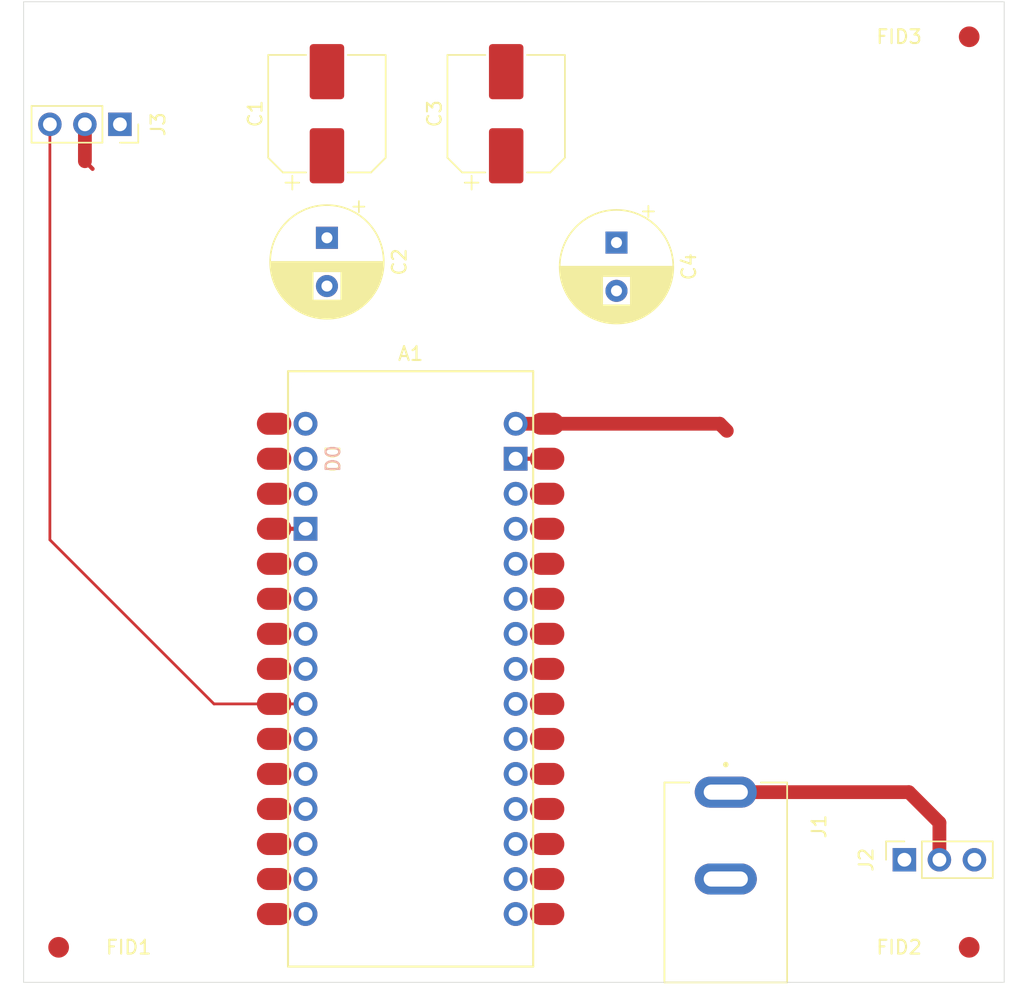
<source format=kicad_pcb>
(kicad_pcb (version 20240108) (generator "pcbnew") (generator_version "8.0")
  (layers (0 "F.Cu" signal) (31 "B.Cu" signal) (34 "B.Paste" user) (35 "F.Paste" user) (36 "B.SilkS" user "B.Silkscreen") (37 "F.SilkS" user "F.Silkscreen") (38 "B.Mask" user) (39 "F.Mask" user) (44 "Edge.Cuts" user))
  (net 0 "")
  (net 1 "+VDC")
  (net 12 "/DIN")
  (net 13 "GND")
  (net 38 "/DOUT")
  (footprint "Capacitor_SMD:CP_Elec_8x6.7" (layer "F.Cu") (at 141.253 63.873 90)
    (property "Reference" "C1" (at 0 -5.2 90) (layer "F.SilkS"))
    (property "Value" "C_Polarized")
    (fp_line (start 4.26 -4.26) (end 4.26 -1.51) (stroke (width 0.12)) (layer "F.SilkS"))
    (fp_line (start -3.195563 -4.26) (end 4.26 -4.26) (stroke (width 0.12)) (layer "F.SilkS"))
    (fp_line (start -4.26 -3.195563) (end -3.195563 -4.26) (stroke (width 0.12)) (layer "F.SilkS"))
    (fp_line (start -4.26 -3.195563) (end -4.26 -1.51) (stroke (width 0.12)) (layer "F.SilkS"))
    (fp_line (start -5 -3.01) (end -5 -2.01) (stroke (width 0.12)) (layer "F.SilkS"))
    (fp_line (start -5.5 -2.51) (end -4.5 -2.51) (stroke (width 0.12)) (layer "F.SilkS"))
    (fp_line (start -4.26 3.195563) (end -4.26 1.51) (stroke (width 0.12)) (layer "F.SilkS"))
    (fp_line (start -4.26 3.195563) (end -3.195563 4.26) (stroke (width 0.12)) (layer "F.SilkS"))
    (fp_line (start 4.26 4.26) (end 4.26 1.51) (stroke (width 0.12)) (layer "F.SilkS"))
    (fp_line (start -3.195563 4.26) (end 4.26 4.26) (stroke (width 0.12)) (layer "F.SilkS"))
    (pad "1" smd roundrect (at -3.05 0 90) (size 4 2.5) (layers "F.Cu" "F.Paste" "F.Mask") (roundrect_rratio 0.1))
    (pad "2" smd roundrect (at 3.05 0 90) (size 4 2.5) (layers "F.Cu" "F.Paste" "F.Mask") (roundrect_rratio 0.1))
  )
  (footprint "Fiducial:Fiducial_1.5mm_Mask3mm" (layer "F.Cu") (at 187.833 124.333)
    (property "Reference" "FID2" (at -5.08 0 0) (layer "F.SilkS"))
    (property "Value" "Fiducial")
    (pad "" smd circle (at 0 0) (size 1.5 1.5) (layers "F.Cu" "F.Mask") (clearance 0.75))
  )
  (footprint "Capacitor_THT:CP_Radial_D8.0mm_P3.50mm" (layer "F.Cu") (at 141.253 72.873 -90)
    (property "Reference" "C2" (at 1.75 -5.25 90) (layer "F.SilkS"))
    (property "Value" "C_Polarized")
    (fp_line (start 2.471 1.04) (end 2.471 4.017) (stroke (width 0.12)) (layer "F.SilkS"))
    (fp_line (start 2.511 1.04) (end 2.511 4.01) (stroke (width 0.12)) (layer "F.SilkS"))
    (fp_line (start 2.551 1.04) (end 2.551 4.002) (stroke (width 0.12)) (layer "F.SilkS"))
    (fp_line (start 2.591 1.04) (end 2.591 3.994) (stroke (width 0.12)) (layer "F.SilkS"))
    (fp_line (start 2.631 1.04) (end 2.631 3.985) (stroke (width 0.12)) (layer "F.SilkS"))
    (fp_line (start 2.671 1.04) (end 2.671 3.976) (stroke (width 0.12)) (layer "F.SilkS"))
    (fp_line (start 2.711 1.04) (end 2.711 3.967) (stroke (width 0.12)) (layer "F.SilkS"))
    (fp_line (start 2.751 1.04) (end 2.751 3.957) (stroke (width 0.12)) (layer "F.SilkS"))
    (fp_line (start 2.791 1.04) (end 2.791 3.947) (stroke (width 0.12)) (layer "F.SilkS"))
    (fp_line (start 2.831 1.04) (end 2.831 3.936) (stroke (width 0.12)) (layer "F.SilkS"))
    (fp_line (start 2.871 1.04) (end 2.871 3.925) (stroke (width 0.12)) (layer "F.SilkS"))
    (fp_line (start 2.911 1.04) (end 2.911 3.914) (stroke (width 0.12)) (layer "F.SilkS"))
    (fp_line (start 2.951 1.04) (end 2.951 3.902) (stroke (width 0.12)) (layer "F.SilkS"))
    (fp_line (start 2.991 1.04) (end 2.991 3.889) (stroke (width 0.12)) (layer "F.SilkS"))
    (fp_line (start 3.031 1.04) (end 3.031 3.877) (stroke (width 0.12)) (layer "F.SilkS"))
    (fp_line (start 3.071 1.04) (end 3.071 3.863) (stroke (width 0.12)) (layer "F.SilkS"))
    (fp_line (start 3.111 1.04) (end 3.111 3.85) (stroke (width 0.12)) (layer "F.SilkS"))
    (fp_line (start 3.151 1.04) (end 3.151 3.835) (stroke (width 0.12)) (layer "F.SilkS"))
    (fp_line (start 3.191 1.04) (end 3.191 3.821) (stroke (width 0.12)) (layer "F.SilkS"))
    (fp_line (start 3.231 1.04) (end 3.231 3.805) (stroke (width 0.12)) (layer "F.SilkS"))
    (fp_line (start 3.271 1.04) (end 3.271 3.79) (stroke (width 0.12)) (layer "F.SilkS"))
    (fp_line (start 3.311 1.04) (end 3.311 3.774) (stroke (width 0.12)) (layer "F.SilkS"))
    (fp_line (start 3.351 1.04) (end 3.351 3.757) (stroke (width 0.12)) (layer "F.SilkS"))
    (fp_line (start 3.391 1.04) (end 3.391 3.74) (stroke (width 0.12)) (layer "F.SilkS"))
    (fp_line (start 3.431 1.04) (end 3.431 3.722) (stroke (width 0.12)) (layer "F.SilkS"))
    (fp_line (start 3.471 1.04) (end 3.471 3.704) (stroke (width 0.12)) (layer "F.SilkS"))
    (fp_line (start 3.511 1.04) (end 3.511 3.686) (stroke (width 0.12)) (layer "F.SilkS"))
    (fp_line (start 3.551 1.04) (end 3.551 3.666) (stroke (width 0.12)) (layer "F.SilkS"))
    (fp_line (start 3.591 1.04) (end 3.591 3.647) (stroke (width 0.12)) (layer "F.SilkS"))
    (fp_line (start 3.631 1.04) (end 3.631 3.627) (stroke (width 0.12)) (layer "F.SilkS"))
    (fp_line (start 3.671 1.04) (end 3.671 3.606) (stroke (width 0.12)) (layer "F.SilkS"))
    (fp_line (start 3.711 1.04) (end 3.711 3.584) (stroke (width 0.12)) (layer "F.SilkS"))
    (fp_line (start 3.751 1.04) (end 3.751 3.562) (stroke (width 0.12)) (layer "F.SilkS"))
    (fp_line (start 3.791 1.04) (end 3.791 3.54) (stroke (width 0.12)) (layer "F.SilkS"))
    (fp_line (start 3.831 1.04) (end 3.831 3.517) (stroke (width 0.12)) (layer "F.SilkS"))
    (fp_line (start 3.871 1.04) (end 3.871 3.493) (stroke (width 0.12)) (layer "F.SilkS"))
    (fp_line (start 3.911 1.04) (end 3.911 3.469) (stroke (width 0.12)) (layer "F.SilkS"))
    (fp_line (start 3.951 1.04) (end 3.951 3.444) (stroke (width 0.12)) (layer "F.SilkS"))
    (fp_line (start 3.991 1.04) (end 3.991 3.418) (stroke (width 0.12)) (layer "F.SilkS"))
    (fp_line (start 4.031 1.04) (end 4.031 3.392) (stroke (width 0.12)) (layer "F.SilkS"))
    (fp_line (start 4.071 1.04) (end 4.071 3.365) (stroke (width 0.12)) (layer "F.SilkS"))
    (fp_line (start 4.111 1.04) (end 4.111 3.338) (stroke (width 0.12)) (layer "F.SilkS"))
    (fp_line (start 4.151 1.04) (end 4.151 3.309) (stroke (width 0.12)) (layer "F.SilkS"))
    (fp_line (start 4.191 1.04) (end 4.191 3.28) (stroke (width 0.12)) (layer "F.SilkS"))
    (fp_line (start 4.231 1.04) (end 4.231 3.25) (stroke (width 0.12)) (layer "F.SilkS"))
    (fp_line (start 4.271 1.04) (end 4.271 3.22) (stroke (width 0.12)) (layer "F.SilkS"))
    (fp_line (start 4.311 1.04) (end 4.311 3.189) (stroke (width 0.12)) (layer "F.SilkS"))
    (fp_line (start 4.351 1.04) (end 4.351 3.156) (stroke (width 0.12)) (layer "F.SilkS"))
    (fp_line (start 4.391 1.04) (end 4.391 3.124) (stroke (width 0.12)) (layer "F.SilkS"))
    (fp_line (start 4.431 1.04) (end 4.431 3.09) (stroke (width 0.12)) (layer "F.SilkS"))
    (fp_line (start 4.471 1.04) (end 4.471 3.055) (stroke (width 0.12)) (layer "F.SilkS"))
    (fp_line (start 4.511 1.04) (end 4.511 3.019) (stroke (width 0.12)) (layer "F.SilkS"))
    (fp_line (start 5.831 -0.533) (end 5.831 0.533) (stroke (width 0.12)) (layer "F.SilkS"))
    (fp_line (start 5.791 -0.768) (end 5.791 0.768) (stroke (width 0.12)) (layer "F.SilkS"))
    (fp_line (start 5.751 -0.948) (end 5.751 0.948) (stroke (width 0.12)) (layer "F.SilkS"))
    (fp_line (start 5.711 -1.098) (end 5.711 1.098) (stroke (width 0.12)) (layer "F.SilkS"))
    (fp_line (start 5.671 -1.229) (end 5.671 1.229) (stroke (width 0.12)) (layer "F.SilkS"))
    (fp_line (start 5.631 -1.346) (end 5.631 1.346) (stroke (width 0.12)) (layer "F.SilkS"))
    (fp_line (start 5.591 -1.453) (end 5.591 1.453) (stroke (width 0.12)) (layer "F.SilkS"))
    (fp_line (start 5.551 -1.552) (end 5.551 1.552) (stroke (width 0.12)) (layer "F.SilkS"))
    (fp_line (start 5.511 -1.645) (end 5.511 1.645) (stroke (width 0.12)) (layer "F.SilkS"))
    (fp_line (start 5.471 -1.731) (end 5.471 1.731) (stroke (width 0.12)) (layer "F.SilkS"))
    (fp_line (start 5.431 -1.813) (end 5.431 1.813) (stroke (width 0.12)) (layer "F.SilkS"))
    (fp_line (start 5.391 -1.89) (end 5.391 1.89) (stroke (width 0.12)) (layer "F.SilkS"))
    (fp_line (start 5.351 -1.964) (end 5.351 1.964) (stroke (width 0.12)) (layer "F.SilkS"))
    (fp_line (start 5.311 -2.034) (end 5.311 2.034) (stroke (width 0.12)) (layer "F.SilkS"))
    (fp_line (start 5.271 -2.102) (end 5.271 2.102) (stroke (width 0.12)) (layer "F.SilkS"))
    (fp_line (start 5.231 -2.166) (end 5.231 2.166) (stroke (width 0.12)) (layer "F.SilkS"))
    (fp_line (start 5.191 -2.228) (end 5.191 2.228) (stroke (width 0.12)) (layer "F.SilkS"))
    (fp_line (start 5.151 -2.287) (end 5.151 2.287) (stroke (width 0.12)) (layer "F.SilkS"))
    (fp_line (start -2.659698 -2.315) (end -1.859698 -2.315) (stroke (width 0.12)) (layer "F.SilkS"))
    (fp_line (start 5.111 -2.345) (end 5.111 2.345) (stroke (width 0.12)) (layer "F.SilkS"))
    (fp_line (start 5.071 -2.4) (end 5.071 2.4) (stroke (width 0.12)) (layer "F.SilkS"))
    (fp_line (start 5.031 -2.454) (end 5.031 2.454) (stroke (width 0.12)) (layer "F.SilkS"))
    (fp_line (start 4.991 -2.505) (end 4.991 2.505) (stroke (width 0.12)) (layer "F.SilkS"))
    (fp_line (start 4.951 -2.556) (end 4.951 2.556) (stroke (width 0.12)) (layer "F.SilkS"))
    (fp_line (start 4.911 -2.604) (end 4.911 2.604) (stroke (width 0.12)) (layer "F.SilkS"))
    (fp_line (start 4.871 -2.651) (end 4.871 2.651) (stroke (width 0.12)) (layer "F.SilkS"))
    (fp_line (start 4.831 -2.697) (end 4.831 2.697) (stroke (width 0.12)) (layer "F.SilkS"))
    (fp_line (start -2.259698 -2.715) (end -2.259698 -1.915) (stroke (width 0.12)) (layer "F.SilkS"))
    (fp_line (start 4.791 -2.741) (end 4.791 2.741) (stroke (width 0.12)) (layer "F.SilkS"))
    (fp_line (start 4.751 -2.784) (end 4.751 2.784) (stroke (width 0.12)) (layer "F.SilkS"))
    (fp_line (start 4.711 -2.826) (end 4.711 2.826) (stroke (width 0.12)) (layer "F.SilkS"))
    (fp_line (start 4.671 -2.867) (end 4.671 2.867) (stroke (width 0.12)) (layer "F.SilkS"))
    (fp_line (start 4.631 -2.907) (end 4.631 2.907) (stroke (width 0.12)) (layer "F.SilkS"))
    (fp_line (start 4.591 -2.945) (end 4.591 2.945) (stroke (width 0.12)) (layer "F.SilkS"))
    (fp_line (start 4.551 -2.983) (end 4.551 2.983) (stroke (width 0.12)) (layer "F.SilkS"))
    (fp_line (start 4.511 -3.019) (end 4.511 -1.04) (stroke (width 0.12)) (layer "F.SilkS"))
    (fp_line (start 4.471 -3.055) (end 4.471 -1.04) (stroke (width 0.12)) (layer "F.SilkS"))
    (fp_line (start 4.431 -3.09) (end 4.431 -1.04) (stroke (width 0.12)) (layer "F.SilkS"))
    (fp_line (start 4.391 -3.124) (end 4.391 -1.04) (stroke (width 0.12)) (layer "F.SilkS"))
    (fp_line (start 4.351 -3.156) (end 4.351 -1.04) (stroke (width 0.12)) (layer "F.SilkS"))
    (fp_line (start 4.311 -3.189) (end 4.311 -1.04) (stroke (width 0.12)) (layer "F.SilkS"))
    (fp_line (start 4.271 -3.22) (end 4.271 -1.04) (stroke (width 0.12)) (layer "F.SilkS"))
    (fp_line (start 4.231 -3.25) (end 4.231 -1.04) (stroke (width 0.12)) (layer "F.SilkS"))
    (fp_line (start 4.191 -3.28) (end 4.191 -1.04) (stroke (width 0.12)) (layer "F.SilkS"))
    (fp_line (start 4.151 -3.309) (end 4.151 -1.04) (stroke (width 0.12)) (layer "F.SilkS"))
    (fp_line (start 4.111 -3.338) (end 4.111 -1.04) (stroke (width 0.12)) (layer "F.SilkS"))
    (fp_line (start 4.071 -3.365) (end 4.071 -1.04) (stroke (width 0.12)) (layer "F.SilkS"))
    (fp_line (start 4.031 -3.392) (end 4.031 -1.04) (stroke (width 0.12)) (layer "F.SilkS"))
    (fp_line (start 3.991 -3.418) (end 3.991 -1.04) (stroke (width 0.12)) (layer "F.SilkS"))
    (fp_line (start 3.951 -3.444) (end 3.951 -1.04) (stroke (width 0.12)) (layer "F.SilkS"))
    (fp_line (start 3.911 -3.469) (end 3.911 -1.04) (stroke (width 0.12)) (layer "F.SilkS"))
    (fp_line (start 3.871 -3.493) (end 3.871 -1.04) (stroke (width 0.12)) (layer "F.SilkS"))
    (fp_line (start 3.831 -3.517) (end 3.831 -1.04) (stroke (width 0.12)) (layer "F.SilkS"))
    (fp_line (start 3.791 -3.54) (end 3.791 -1.04) (stroke (width 0.12)) (layer "F.SilkS"))
    (fp_line (start 3.751 -3.562) (end 3.751 -1.04) (stroke (width 0.12)) (layer "F.SilkS"))
    (fp_line (start 3.711 -3.584) (end 3.711 -1.04) (stroke (width 0.12)) (layer "F.SilkS"))
    (fp_line (start 3.671 -3.606) (end 3.671 -1.04) (stroke (width 0.12)) (layer "F.SilkS"))
    (fp_line (start 3.631 -3.627) (end 3.631 -1.04) (stroke (width 0.12)) (layer "F.SilkS"))
    (fp_line (start 3.591 -3.647) (end 3.591 -1.04) (stroke (width 0.12)) (layer "F.SilkS"))
    (fp_line (start 3.551 -3.666) (end 3.551 -1.04) (stroke (width 0.12)) (layer "F.SilkS"))
    (fp_line (start 3.511 -3.686) (end 3.511 -1.04) (stroke (width 0.12)) (layer "F.SilkS"))
    (fp_line (start 3.471 -3.704) (end 3.471 -1.04) (stroke (width 0.12)) (layer "F.SilkS"))
    (fp_line (start 3.431 -3.722) (end 3.431 -1.04) (stroke (width 0.12)) (layer "F.SilkS"))
    (fp_line (start 3.391 -3.74) (end 3.391 -1.04) (stroke (width 0.12)) (layer "F.SilkS"))
    (fp_line (start 3.351 -3.757) (end 3.351 -1.04) (stroke (width 0.12)) (layer "F.SilkS"))
    (fp_line (start 3.311 -3.774) (end 3.311 -1.04) (stroke (width 0.12)) (layer "F.SilkS"))
    (fp_line (start 3.271 -3.79) (end 3.271 -1.04) (stroke (width 0.12)) (layer "F.SilkS"))
    (fp_line (start 3.231 -3.805) (end 3.231 -1.04) (stroke (width 0.12)) (layer "F.SilkS"))
    (fp_line (start 3.191 -3.821) (end 3.191 -1.04) (stroke (width 0.12)) (layer "F.SilkS"))
    (fp_line (start 3.151 -3.835) (end 3.151 -1.04) (stroke (width 0.12)) (layer "F.SilkS"))
    (fp_line (start 3.111 -3.85) (end 3.111 -1.04) (stroke (width 0.12)) (layer "F.SilkS"))
    (fp_line (start 3.071 -3.863) (end 3.071 -1.04) (stroke (width 0.12)) (layer "F.SilkS"))
    (fp_line (start 3.031 -3.877) (end 3.031 -1.04) (stroke (width 0.12)) (layer "F.SilkS"))
    (fp_line (start 2.991 -3.889) (end 2.991 -1.04) (stroke (width 0.12)) (layer "F.SilkS"))
    (fp_line (start 2.951 -3.902) (end 2.951 -1.04) (stroke (width 0.12)) (layer "F.SilkS"))
    (fp_line (start 2.911 -3.914) (end 2.911 -1.04) (stroke (width 0.12)) (layer "F.SilkS"))
    (fp_line (start 2.871 -3.925) (end 2.871 -1.04) (stroke (width 0.12)) (layer "F.SilkS"))
    (fp_line (start 2.831 -3.936) (end 2.831 -1.04) (stroke (width 0.12)) (layer "F.SilkS"))
    (fp_line (start 2.791 -3.947) (end 2.791 -1.04) (stroke (width 0.12)) (layer "F.SilkS"))
    (fp_line (start 2.751 -3.957) (end 2.751 -1.04) (stroke (width 0.12)) (layer "F.SilkS"))
    (fp_line (start 2.711 -3.967) (end 2.711 -1.04) (stroke (width 0.12)) (layer "F.SilkS"))
    (fp_line (start 2.671 -3.976) (end 2.671 -1.04) (stroke (width 0.12)) (layer "F.SilkS"))
    (fp_line (start 2.631 -3.985) (end 2.631 -1.04) (stroke (width 0.12)) (layer "F.SilkS"))
    (fp_line (start 2.591 -3.994) (end 2.591 -1.04) (stroke (width 0.12)) (layer "F.SilkS"))
    (fp_line (start 2.551 -4.002) (end 2.551 -1.04) (stroke (width 0.12)) (layer "F.SilkS"))
    (fp_line (start 2.511 -4.01) (end 2.511 -1.04) (stroke (width 0.12)) (layer "F.SilkS"))
    (fp_line (start 2.471 -4.017) (end 2.471 -1.04) (stroke (width 0.12)) (layer "F.SilkS"))
    (fp_line (start 2.43 -4.024) (end 2.43 4.024) (stroke (width 0.12)) (layer "F.SilkS"))
    (fp_line (start 2.39 -4.03) (end 2.39 4.03) (stroke (width 0.12)) (layer "F.SilkS"))
    (fp_line (start 2.35 -4.037) (end 2.35 4.037) (stroke (width 0.12)) (layer "F.SilkS"))
    (fp_line (start 2.31 -4.042) (end 2.31 4.042) (stroke (width 0.12)) (layer "F.SilkS"))
    (fp_line (start 2.27 -4.048) (end 2.27 4.048) (stroke (width 0.12)) (layer "F.SilkS"))
    (fp_line (start 2.23 -4.052) (end 2.23 4.052) (stroke (width 0.12)) (layer "F.SilkS"))
    (fp_line (start 2.19 -4.057) (end 2.19 4.057) (stroke (width 0.12)) (layer "F.SilkS"))
    (fp_line (start 2.15 -4.061) (end 2.15 4.061) (stroke (width 0.12)) (layer "F.SilkS"))
    (fp_line (start 2.11 -4.065) (end 2.11 4.065) (stroke (width 0.12)) (layer "F.SilkS"))
    (fp_line (start 2.07 -4.068) (end 2.07 4.068) (stroke (width 0.12)) (layer "F.SilkS"))
    (fp_line (start 2.03 -4.071) (end 2.03 4.071) (stroke (width 0.12)) (layer "F.SilkS"))
    (fp_line (start 1.99 -4.074) (end 1.99 4.074) (stroke (width 0.12)) (layer "F.SilkS"))
    (fp_line (start 1.95 -4.076) (end 1.95 4.076) (stroke (width 0.12)) (layer "F.SilkS"))
    (fp_line (start 1.91 -4.077) (end 1.91 4.077) (stroke (width 0.12)) (layer "F.SilkS"))
    (fp_line (start 1.87 -4.079) (end 1.87 4.079) (stroke (width 0.12)) (layer "F.SilkS"))
    (fp_line (start 1.75 -4.08) (end 1.75 4.08) (stroke (width 0.12)) (layer "F.SilkS"))
    (fp_line (start 1.79 -4.08) (end 1.79 4.08) (stroke (width 0.12)) (layer "F.SilkS"))
    (fp_line (start 1.83 -4.08) (end 1.83 4.08) (stroke (width 0.12)) (layer "F.SilkS"))
    (fp_circle (center 1.75 0) (end 5.87 0) (stroke (width 0.12)) (fill none) (layer "F.SilkS"))
    (pad "1" thru_hole rect (at 0 0 270) (size 1.6 1.6) (drill 0.8) (layers "*.Cu" "*.Mask"))
    (pad "2" thru_hole circle (at 3.5 0 270) (size 1.6 1.6) (drill 0.8) (layers "*.Cu" "*.Mask"))
  )
  (footprint "8x8_controller:CUI_PJ-037A" (layer "F.Cu") (at 170.18 113.08 -90)
    (property "Reference" "J1" (at 2.485784 -6.76712 90) (layer "F.SilkS") (effects (font (size 1.000315 1.000315))))
    (property "Value" "PJ-037A")
    (fp_line (start -0.7 4.45) (end -0.7 2.65) (stroke (width 0.127)) (layer "F.SilkS"))
    (fp_line (start 13.8 4.45) (end -0.7 4.45) (stroke (width 0.127)) (layer "F.SilkS"))
    (fp_line (start -0.7 -2.55) (end -0.7 -4.45) (stroke (width 0.127)) (layer "F.SilkS"))
    (fp_line (start -0.7 -4.45) (end 13.8 -4.45) (stroke (width 0.127)) (layer "F.SilkS"))
    (fp_line (start 13.8 -4.45) (end 13.8 4.45) (stroke (width 0.127)) (layer "F.SilkS"))
    (fp_circle (center -2 0) (end -1.9 0) (stroke (width 0.2)) (fill none) (layer "F.SilkS"))
    (pad "1" thru_hole oval (at 0 0 270) (size 2.25 4.5) (drill oval 1.1 3.2) (layers "*.Cu" "*.Mask") (net 1 "+VDC"))
    (pad "2" thru_hole oval (at 6.3 0 270) (size 2.25 4.5) (drill oval 1.1 3.2) (layers "*.Cu" "*.Mask") (net 13 "GND"))
  )
  (footprint "Fiducial:Fiducial_1.5mm_Mask3mm" (layer "F.Cu") (at 187.833 58.293)
    (property "Reference" "FID3" (at -5.08 0 0) (layer "F.SilkS"))
    (property "Value" "Fiducial")
    (pad "" smd circle (at 0 0) (size 1.5 1.5) (layers "F.Cu" "F.Mask") (clearance 0.75))
  )
  (footprint "" (layer "F.Cu") (at 181.5 73.66)
    (property "Reference" "@HOLE5" (hide yes))
    (property "Value" "")
    (pad "" np_thru_hole circle (at 0 -0.258) (size 3.18 3.18) (drill 3.18) (layers "*.Cu" "*.Mask"))
  )
  (footprint "" (layer "F.Cu") (at 128.25 73.406)
    (property "Reference" "@HOLE0" (hide yes))
    (property "Value" "")
    (pad "" np_thru_hole circle (at 0 -0.004) (size 3.18 3.18) (drill 3.18) (layers "*.Cu" "*.Mask"))
  )
  (footprint "Fiducial:Fiducial_1.5mm_Mask3mm" (layer "F.Cu") (at 121.793 124.333)
    (property "Reference" "FID1" (at 5.08 0 0) (layer "F.SilkS"))
    (property "Value" "Fiducial")
    (pad "" smd circle (at 0 0) (size 1.5 1.5) (layers "F.Cu" "F.Mask") (clearance 0.75))
  )
  (footprint "Capacitor_SMD:CP_Elec_8x6.7" (layer "F.Cu") (at 154.253 63.873 90)
    (property "Reference" "C3" (at 0 -5.2 90) (layer "F.SilkS"))
    (property "Value" "C_Polarized")
    (fp_line (start 4.26 -4.26) (end 4.26 -1.51) (stroke (width 0.12)) (layer "F.SilkS"))
    (fp_line (start -3.195563 -4.26) (end 4.26 -4.26) (stroke (width 0.12)) (layer "F.SilkS"))
    (fp_line (start -4.26 -3.195563) (end -3.195563 -4.26) (stroke (width 0.12)) (layer "F.SilkS"))
    (fp_line (start -4.26 -3.195563) (end -4.26 -1.51) (stroke (width 0.12)) (layer "F.SilkS"))
    (fp_line (start -5 -3.01) (end -5 -2.01) (stroke (width 0.12)) (layer "F.SilkS"))
    (fp_line (start -5.5 -2.51) (end -4.5 -2.51) (stroke (width 0.12)) (layer "F.SilkS"))
    (fp_line (start -4.26 3.195563) (end -4.26 1.51) (stroke (width 0.12)) (layer "F.SilkS"))
    (fp_line (start -4.26 3.195563) (end -3.195563 4.26) (stroke (width 0.12)) (layer "F.SilkS"))
    (fp_line (start 4.26 4.26) (end 4.26 1.51) (stroke (width 0.12)) (layer "F.SilkS"))
    (fp_line (start -3.195563 4.26) (end 4.26 4.26) (stroke (width 0.12)) (layer "F.SilkS"))
    (pad "1" smd roundrect (at -3.05 0 90) (size 4 2.5) (layers "F.Cu" "F.Paste" "F.Mask") (roundrect_rratio 0.1))
    (pad "2" smd roundrect (at 3.05 0 90) (size 4 2.5) (layers "F.Cu" "F.Paste" "F.Mask") (roundrect_rratio 0.1))
  )
  (footprint "Connector_PinSocket_2.54mm:PinSocket_1x03_P2.54mm_Vertical" (layer "F.Cu") (at 183.134 117.983 90)
    (property "Reference" "J2" (at 0 -2.77 90) (layer "F.SilkS"))
    (property "Value" "Conn_01x03_Socket")
    (fp_line (start 1.33 -1.33) (end 1.33 0) (stroke (width 0.12)) (layer "F.SilkS"))
    (fp_line (start 0 -1.33) (end 1.33 -1.33) (stroke (width 0.12)) (layer "F.SilkS"))
    (fp_line (start 1.33 1.27) (end 1.33 6.41) (stroke (width 0.12)) (layer "F.SilkS"))
    (fp_line (start -1.33 1.27) (end 1.33 1.27) (stroke (width 0.12)) (layer "F.SilkS"))
    (fp_line (start -1.33 1.27) (end -1.33 6.41) (stroke (width 0.12)) (layer "F.SilkS"))
    (fp_line (start -1.33 6.41) (end 1.33 6.41) (stroke (width 0.12)) (layer "F.SilkS"))
    (pad "1" thru_hole rect (at 0 0 90) (size 1.7 1.7) (drill 1) (layers "*.Cu" "*.Mask") (net 13 "GND"))
    (pad "2" thru_hole oval (at 0 2.54 90) (size 1.7 1.7) (drill 1) (layers "*.Cu" "*.Mask") (net 1 "+VDC"))
    (pad "3" thru_hole oval (at 0 5.08 90) (size 1.7 1.7) (drill 1) (layers "*.Cu" "*.Mask") (net 38 "/DOUT"))
  )
  (footprint "" (layer "F.Cu") (at 128.27 108.966)
    (property "Reference" "@HOLE2" (hide yes))
    (property "Value" "")
    (pad "" np_thru_hole circle (at -0.02 -0.094) (size 3.18 3.18) (drill 3.18) (layers "*.Cu" "*.Mask"))
  )
  (footprint "8x8_controller:Arduino_Nano_Socket" (layer "F.Cu") (at 147.32 125.73)
    (property "Reference" "A1" (at 0 -44.45 0) (layer "F.SilkS"))
    (property "Value" "Arduino_Nano_Socket")
    (fp_line (start -8.89 -43.18) (end -8.89 0) (stroke (width 0.15)) (layer "F.SilkS"))
    (fp_line (start -8.89 -43.18) (end 8.89 -43.18) (stroke (width 0.15)) (layer "F.SilkS"))
    (fp_line (start -8.89 0) (end 8.89 0) (stroke (width 0.15)) (layer "F.SilkS"))
    (fp_line (start 8.89 -43.18) (end 8.89 0) (stroke (width 0.15)) (layer "F.SilkS"))
    (fp_text user "D0" (at -5.715 -36.83 -90) (layer "B.SilkS") (effects (justify mirror)))
    (fp_text user "D0" (at -5.715 -36.83 -90) (layer "F.SilkS"))
    (pad "" np_thru_hole circle (at -7.62 -41.91) (size 1.8 1.8) (drill 1.8) (layers "F&B.Cu" "*.Mask"))
    (pad "" np_thru_hole circle (at -7.62 -1.27) (size 1.8 1.8) (drill 1.8) (layers "F&B.Cu" "*.Mask"))
    (pad "" np_thru_hole circle (at 7.62 -41.91) (size 1.8 1.8) (drill 1.8) (layers "F&B.Cu" "*.Mask"))
    (pad "" np_thru_hole circle (at 7.62 -1.27) (size 1.8 1.8) (drill 1.8) (layers "F&B.Cu" "*.Mask"))
    (pad "3V3" thru_hole circle (at 7.62 -6.35) (size 1.7272 1.7272) (drill 1.016) (layers "*.Cu" "*.Mask"))
    (pad "3V3" smd oval (at 9.9 -6.35) (size 2.5 1.6) (layers "F.Cu" "F.Mask"))
    (pad "5V" thru_hole circle (at 7.62 -31.75) (size 1.7272 1.7272) (drill 1.016) (layers "*.Cu" "*.Mask"))
    (pad "5V" smd oval (at 9.9 -31.75) (size 2.5 1.6) (layers "F.Cu" "F.Mask"))
    (pad "A0" thru_hole circle (at 7.62 -11.43) (size 1.7272 1.7272) (drill 1.016) (layers "*.Cu" "*.Mask"))
    (pad "A0" smd oval (at 9.9 -11.43) (size 2.5 1.6) (layers "F.Cu" "F.Mask"))
    (pad "A1" thru_hole circle (at 7.62 -13.97) (size 1.7272 1.7272) (drill 1.016) (layers "*.Cu" "*.Mask"))
    (pad "A1" smd oval (at 9.9 -13.97) (size 2.5 1.6) (layers "F.Cu" "F.Mask"))
    (pad "A2" thru_hole circle (at 7.62 -16.51) (size 1.7272 1.7272) (drill 1.016) (layers "*.Cu" "*.Mask"))
    (pad "A2" smd oval (at 9.9 -16.51) (size 2.5 1.6) (layers "F.Cu" "F.Mask"))
    (pad "A3" thru_hole circle (at 7.62 -19.05) (size 1.7272 1.7272) (drill 1.016) (layers "*.Cu" "*.Mask"))
    (pad "A3" smd oval (at 9.9 -19.05) (size 2.5 1.6) (layers "F.Cu" "F.Mask"))
    (pad "A4" thru_hole circle (at 7.62 -21.59) (size 1.7272 1.7272) (drill 1.016) (layers "*.Cu" "*.Mask"))
    (pad "A4" smd oval (at 9.9 -21.59) (size 2.5 1.6) (layers "F.Cu" "F.Mask"))
    (pad "A5" thru_hole circle (at 7.62 -24.13) (size 1.7272 1.7272) (drill 1.016) (layers "*.Cu" "*.Mask"))
    (pad "A5" smd oval (at 9.9 -24.13) (size 2.5 1.6) (layers "F.Cu" "F.Mask"))
    (pad "A6" thru_hole circle (at 7.62 -26.67) (size 1.7272 1.7272) (drill 1.016) (layers "*.Cu" "*.Mask"))
    (pad "A6" smd oval (at 9.9 -26.67) (size 2.5 1.6) (layers "F.Cu" "F.Mask"))
    (pad "A7" thru_hole circle (at 7.62 -29.21) (size 1.7272 1.7272) (drill 1.016) (layers "*.Cu" "*.Mask"))
    (pad "A7" smd oval (at 9.9 -29.21) (size 2.5 1.6) (layers "F.Cu" "F.Mask"))
    (pad "AREF" thru_hole circle (at 7.62 -8.89) (size 1.7272 1.7272) (drill 1.016) (layers "*.Cu" "*.Mask"))
    (pad "AREF" smd oval (at 9.9 -8.89) (size 2.5 1.6) (layers "F.Cu" "F.Mask"))
    (pad "D0" smd oval (at -9.9 -36.83) (size 2.5 1.6) (layers "F.Cu" "F.Mask"))
    (pad "D0" thru_hole circle (at -7.62 -36.83) (size 1.7272 1.7272) (drill 1.016) (layers "*.Cu" "*.Mask"))
    (pad "D1" smd oval (at -9.9 -39.37) (size 2.5 1.6) (layers "F.Cu" "F.Mask"))
    (pad "D1" thru_hole circle (at -7.62 -39.37) (size 1.7272 1.7272) (drill 1.016) (layers "*.Cu" "*.Mask"))
    (pad "D2" smd oval (at -9.9 -29.21) (size 2.5 1.6) (layers "F.Cu" "F.Mask"))
    (pad "D2" thru_hole circle (at -7.62 -29.21) (size 1.7272 1.7272) (drill 1.016) (layers "*.Cu" "*.Mask"))
    (pad "D3" smd oval (at -9.9 -26.67) (size 2.5 1.6) (layers "F.Cu" "F.Mask"))
    (pad "D3" thru_hole circle (at -7.62 -26.67) (size 1.7272 1.7272) (drill 1.016) (layers "*.Cu" "*.Mask"))
    (pad "D4" smd oval (at -9.9 -24.13) (size 2.5 1.6) (layers "F.Cu" "F.Mask"))
    (pad "D4" thru_hole circle (at -7.62 -24.13) (size 1.7272 1.7272) (drill 1.016) (layers "*.Cu" "*.Mask"))
    (pad "D5" smd oval (at -9.9 -21.59) (size 2.5 1.6) (layers "F.Cu" "F.Mask"))
    (pad "D5" thru_hole circle (at -7.62 -21.59) (size 1.7272 1.7272) (drill 1.016) (layers "*.Cu" "*.Mask"))
    (pad "D6" smd oval (at -9.9 -19.05) (size 2.5 1.6) (layers "F.Cu" "F.Mask") (net 12 "/DIN"))
    (pad "D6" thru_hole circle (at -7.62 -19.05) (size 1.7272 1.7272) (drill 1.016) (layers "*.Cu" "*.Mask") (net 12 "/DIN"))
    (pad "D7" smd oval (at -9.9 -16.51) (size 2.5 1.6) (layers "F.Cu" "F.Mask"))
    (pad "D7" thru_hole circle (at -7.62 -16.51) (size 1.7272 1.7272) (drill 1.016) (layers "*.Cu" "*.Mask"))
    (pad "D8" smd oval (at -9.9 -13.97) (size 2.5 1.6) (layers "F.Cu" "F.Mask"))
    (pad "D8" thru_hole circle (at -7.62 -13.97) (size 1.7272 1.7272) (drill 1.016) (layers "*.Cu" "*.Mask"))
    (pad "D9" smd oval (at -9.9 -11.43) (size 2.5 1.6) (layers "F.Cu" "F.Mask"))
    (pad "D9" thru_hole circle (at -7.62 -11.43) (size 1.7272 1.7272) (drill 1.016) (layers "*.Cu" "*.Mask"))
    (pad "D10" smd oval (at -9.9 -8.89) (size 2.5 1.6) (layers "F.Cu" "F.Mask"))
    (pad "D10" thru_hole circle (at -7.62 -8.89) (size 1.7272 1.7272) (drill 1.016) (layers "*.Cu" "*.Mask"))
    (pad "D11" smd oval (at -9.9 -6.35) (size 2.5 1.6) (layers "F.Cu" "F.Mask"))
    (pad "D11" thru_hole circle (at -7.62 -6.35) (size 1.7272 1.7272) (drill 1.016) (layers "*.Cu" "*.Mask"))
    (pad "D12" smd oval (at -9.9 -3.81) (size 2.5 1.6) (layers "F.Cu" "F.Mask"))
    (pad "D12" thru_hole circle (at -7.62 -3.81) (size 1.7272 1.7272) (drill 1.016) (layers "*.Cu" "*.Mask"))
    (pad "D13" thru_hole circle (at 7.62 -3.81) (size 1.7272 1.7272) (drill 1.016) (layers "*.Cu" "*.Mask"))
    (pad "D13" smd oval (at 9.9 -3.81) (size 2.5 1.6) (layers "F.Cu" "F.Mask"))
    (pad "GND1" smd oval (at -9.9 -31.75) (size 2.5 1.6) (layers "F.Cu" "F.Mask") (net 13 "GND"))
    (pad "GND1" thru_hole rect (at -7.62 -31.75) (size 1.7272 1.7272) (drill 1.016) (layers "*.Cu" "*.Mask") (net 13 "GND"))
    (pad "GND2" thru_hole rect (at 7.62 -36.83) (size 1.7272 1.7272) (drill 1.016) (layers "*.Cu" "*.Mask") (net 13 "GND"))
    (pad "GND2" smd oval (at 9.9 -36.83) (size 2.5 1.6) (layers "F.Cu" "F.Mask") (net 13 "GND"))
    (pad "RST1" smd oval (at -9.9 -34.29) (size 2.5 1.6) (layers "F.Cu" "F.Mask"))
    (pad "RST1" thru_hole circle (at -7.62 -34.29) (size 1.7272 1.7272) (drill 1.016) (layers "*.Cu" "*.Mask"))
    (pad "RST2" thru_hole circle (at 7.62 -34.29) (size 1.7272 1.7272) (drill 1.016) (layers "*.Cu" "*.Mask"))
    (pad "RST2" smd oval (at 9.9 -34.29) (size 2.5 1.6) (layers "F.Cu" "F.Mask"))
    (pad "VIN" thru_hole circle (at 7.62 -39.37) (size 1.7272 1.7272) (drill 1.016) (layers "*.Cu" "*.Mask") (net 1 "+VDC"))
    (pad "VIN" smd oval (at 9.9 -39.37) (size 2.5 1.6) (layers "F.Cu" "F.Mask") (net 1 "+VDC"))
  )
  (footprint "" (layer "F.Cu") (at 181.733 109.22)
    (property "Reference" "@HOLE3" (hide yes))
    (property "Value" "")
    (pad "" np_thru_hole circle (at -0.233 0) (size 3.18 3.18) (drill 3.18) (layers "*.Cu" "*.Mask"))
  )
  (footprint "Connector_PinSocket_2.54mm:PinSocket_1x03_P2.54mm_Vertical" (layer "F.Cu") (at 126.238 64.643 -90)
    (property "Reference" "J3" (at 0 -2.77 90) (layer "F.SilkS"))
    (property "Value" "Conn_01x03_Socket")
    (fp_line (start -1.33 6.41) (end 1.33 6.41) (stroke (width 0.12)) (layer "F.SilkS"))
    (fp_line (start -1.33 1.27) (end -1.33 6.41) (stroke (width 0.12)) (layer "F.SilkS"))
    (fp_line (start -1.33 1.27) (end 1.33 1.27) (stroke (width 0.12)) (layer "F.SilkS"))
    (fp_line (start 1.33 1.27) (end 1.33 6.41) (stroke (width 0.12)) (layer "F.SilkS"))
    (fp_line (start 0 -1.33) (end 1.33 -1.33) (stroke (width 0.12)) (layer "F.SilkS"))
    (fp_line (start 1.33 -1.33) (end 1.33 0) (stroke (width 0.12)) (layer "F.SilkS"))
    (pad "1" thru_hole rect (at 0 0 270) (size 1.7 1.7) (drill 1) (layers "*.Cu" "*.Mask") (net 13 "GND"))
    (pad "2" thru_hole oval (at 0 2.54 270) (size 1.7 1.7) (drill 1) (layers "*.Cu" "*.Mask") (net 1 "+VDC"))
    (pad "3" thru_hole oval (at 0 5.08 270) (size 1.7 1.7) (drill 1) (layers "*.Cu" "*.Mask") (net 12 "/DIN"))
  )
  (footprint "Capacitor_THT:CP_Radial_D8.0mm_P3.50mm" (layer "F.Cu") (at 162.253 73.220349 -90)
    (property "Reference" "C4" (at 1.75 -5.25 90) (layer "F.SilkS"))
    (property "Value" "C_Polarized")
    (fp_line (start 2.471 1.04) (end 2.471 4.017) (stroke (width 0.12)) (layer "F.SilkS"))
    (fp_line (start 2.511 1.04) (end 2.511 4.01) (stroke (width 0.12)) (layer "F.SilkS"))
    (fp_line (start 2.551 1.04) (end 2.551 4.002) (stroke (width 0.12)) (layer "F.SilkS"))
    (fp_line (start 2.591 1.04) (end 2.591 3.994) (stroke (width 0.12)) (layer "F.SilkS"))
    (fp_line (start 2.631 1.04) (end 2.631 3.985) (stroke (width 0.12)) (layer "F.SilkS"))
    (fp_line (start 2.671 1.04) (end 2.671 3.976) (stroke (width 0.12)) (layer "F.SilkS"))
    (fp_line (start 2.711 1.04) (end 2.711 3.967) (stroke (width 0.12)) (layer "F.SilkS"))
    (fp_line (start 2.751 1.04) (end 2.751 3.957) (stroke (width 0.12)) (layer "F.SilkS"))
    (fp_line (start 2.791 1.04) (end 2.791 3.947) (stroke (width 0.12)) (layer "F.SilkS"))
    (fp_line (start 2.831 1.04) (end 2.831 3.936) (stroke (width 0.12)) (layer "F.SilkS"))
    (fp_line (start 2.871 1.04) (end 2.871 3.925) (stroke (width 0.12)) (layer "F.SilkS"))
    (fp_line (start 2.911 1.04) (end 2.911 3.914) (stroke (width 0.12)) (layer "F.SilkS"))
    (fp_line (start 2.951 1.04) (end 2.951 3.902) (stroke (width 0.12)) (layer "F.SilkS"))
    (fp_line (start 2.991 1.04) (end 2.991 3.889) (stroke (width 0.12)) (layer "F.SilkS"))
    (fp_line (start 3.031 1.04) (end 3.031 3.877) (stroke (width 0.12)) (layer "F.SilkS"))
    (fp_line (start 3.071 1.04) (end 3.071 3.863) (stroke (width 0.12)) (layer "F.SilkS"))
    (fp_line (start 3.111 1.04) (end 3.111 3.85) (stroke (width 0.12)) (layer "F.SilkS"))
    (fp_line (start 3.151 1.04) (end 3.151 3.835) (stroke (width 0.12)) (layer "F.SilkS"))
    (fp_line (start 3.191 1.04) (end 3.191 3.821) (stroke (width 0.12)) (layer "F.SilkS"))
    (fp_line (start 3.231 1.04) (end 3.231 3.805) (stroke (width 0.12)) (layer "F.SilkS"))
    (fp_line (start 3.271 1.04) (end 3.271 3.79) (stroke (width 0.12)) (layer "F.SilkS"))
    (fp_line (start 3.311 1.04) (end 3.311 3.774) (stroke (width 0.12)) (layer "F.SilkS"))
    (fp_line (start 3.351 1.04) (end 3.351 3.757) (stroke (width 0.12)) (layer "F.SilkS"))
    (fp_line (start 3.391 1.04) (end 3.391 3.74) (stroke (width 0.12)) (layer "F.SilkS"))
    (fp_line (start 3.431 1.04) (end 3.431 3.722) (stroke (width 0.12)) (layer "F.SilkS"))
    (fp_line (start 3.471 1.04) (end 3.471 3.704) (stroke (width 0.12)) (layer "F.SilkS"))
    (fp_line (start 3.511 1.04) (end 3.511 3.686) (stroke (width 0.12)) (layer "F.SilkS"))
    (fp_line (start 3.551 1.04) (end 3.551 3.666) (stroke (width 0.12)) (layer "F.SilkS"))
    (fp_line (start 3.591 1.04) (end 3.591 3.647) (stroke (width 0.12)) (layer "F.SilkS"))
    (fp_line (start 3.631 1.04) (end 3.631 3.627) (stroke (width 0.12)) (layer "F.SilkS"))
    (fp_line (start 3.671 1.04) (end 3.671 3.606) (stroke (width 0.12)) (layer "F.SilkS"))
    (fp_line (start 3.711 1.04) (end 3.711 3.584) (stroke (width 0.12)) (layer "F.SilkS"))
    (fp_line (start 3.751 1.04) (end 3.751 3.562) (stroke (width 0.12)) (layer "F.SilkS"))
    (fp_line (start 3.791 1.04) (end 3.791 3.54) (stroke (width 0.12)) (layer "F.SilkS"))
    (fp_line (start 3.831 1.04) (end 3.831 3.517) (stroke (width 0.12)) (layer "F.SilkS"))
    (fp_line (start 3.871 1.04) (end 3.871 3.493) (stroke (width 0.12)) (layer "F.SilkS"))
    (fp_line (start 3.911 1.04) (end 3.911 3.469) (stroke (width 0.12)) (layer "F.SilkS"))
    (fp_line (start 3.951 1.04) (end 3.951 3.444) (stroke (width 0.12)) (layer "F.SilkS"))
    (fp_line (start 3.991 1.04) (end 3.991 3.418) (stroke (width 0.12)) (layer "F.SilkS"))
    (fp_line (start 4.031 1.04) (end 4.031 3.392) (stroke (width 0.12)) (layer "F.SilkS"))
    (fp_line (start 4.071 1.04) (end 4.071 3.365) (stroke (width 0.12)) (layer "F.SilkS"))
    (fp_line (start 4.111 1.04) (end 4.111 3.338) (stroke (width 0.12)) (layer "F.SilkS"))
    (fp_line (start 4.151 1.04) (end 4.151 3.309) (stroke (width 0.12)) (layer "F.SilkS"))
    (fp_line (start 4.191 1.04) (end 4.191 3.28) (stroke (width 0.12)) (layer "F.SilkS"))
    (fp_line (start 4.231 1.04) (end 4.231 3.25) (stroke (width 0.12)) (layer "F.SilkS"))
    (fp_line (start 4.271 1.04) (end 4.271 3.22) (stroke (width 0.12)) (layer "F.SilkS"))
    (fp_line (start 4.311 1.04) (end 4.311 3.189) (stroke (width 0.12)) (layer "F.SilkS"))
    (fp_line (start 4.351 1.04) (end 4.351 3.156) (stroke (width 0.12)) (layer "F.SilkS"))
    (fp_line (start 4.391 1.04) (end 4.391 3.124) (stroke (width 0.12)) (layer "F.SilkS"))
    (fp_line (start 4.431 1.04) (end 4.431 3.09) (stroke (width 0.12)) (layer "F.SilkS"))
    (fp_line (start 4.471 1.04) (end 4.471 3.055) (stroke (width 0.12)) (layer "F.SilkS"))
    (fp_line (start 4.511 1.04) (end 4.511 3.019) (stroke (width 0.12)) (layer "F.SilkS"))
    (fp_line (start 5.831 -0.533) (end 5.831 0.533) (stroke (width 0.12)) (layer "F.SilkS"))
    (fp_line (start 5.791 -0.768) (end 5.791 0.768) (stroke (width 0.12)) (layer "F.SilkS"))
    (fp_line (start 5.751 -0.948) (end 5.751 0.948) (stroke (width 0.12)) (layer "F.SilkS"))
    (fp_line (start 5.711 -1.098) (end 5.711 1.098) (stroke (width 0.12)) (layer "F.SilkS"))
    (fp_line (start 5.671 -1.229) (end 5.671 1.229) (stroke (width 0.12)) (layer "F.SilkS"))
    (fp_line (start 5.631 -1.346) (end 5.631 1.346) (stroke (width 0.12)) (layer "F.SilkS"))
    (fp_line (start 5.591 -1.453) (end 5.591 1.453) (stroke (width 0.12)) (layer "F.SilkS"))
    (fp_line (start 5.551 -1.552) (end 5.551 1.552) (stroke (width 0.12)) (layer "F.SilkS"))
    (fp_line (start 5.511 -1.645) (end 5.511 1.645) (stroke (width 0.12)) (layer "F.SilkS"))
    (fp_line (start 5.471 -1.731) (end 5.471 1.731) (stroke (width 0.12)) (layer "F.SilkS"))
    (fp_line (start 5.431 -1.813) (end 5.431 1.813) (stroke (width 0.12)) (layer "F.SilkS"))
    (fp_line (start 5.391 -1.89) (end 5.391 1.89) (stroke (width 0.12)) (layer "F.SilkS"))
    (fp_line (start 5.351 -1.964) (end 5.351 1.964) (stroke (width 0.12)) (layer "F.SilkS"))
    (fp_line (start 5.311 -2.034) (end 5.311 2.034) (stroke (width 0.12)) (layer "F.SilkS"))
    (fp_line (start 5.271 -2.102) (end 5.271 2.102) (stroke (width 0.12)) (layer "F.SilkS"))
    (fp_line (start 5.231 -2.166) (end 5.231 2.166) (stroke (width 0.12)) (layer "F.SilkS"))
    (fp_line (start 5.191 -2.228) (end 5.191 2.228) (stroke (width 0.12)) (layer "F.SilkS"))
    (fp_line (start 5.151 -2.287) (end 5.151 2.287) (stroke (width 0.12)) (layer "F.SilkS"))
    (fp_line (start -2.659698 -2.315) (end -1.859698 -2.315) (stroke (width 0.12)) (layer "F.SilkS"))
    (fp_line (start 5.111 -2.345) (end 5.111 2.345) (stroke (width 0.12)) (layer "F.SilkS"))
    (fp_line (start 5.071 -2.4) (end 5.071 2.4) (stroke (width 0.12)) (layer "F.SilkS"))
    (fp_line (start 5.031 -2.454) (end 5.031 2.454) (stroke (width 0.12)) (layer "F.SilkS"))
    (fp_line (start 4.991 -2.505) (end 4.991 2.505) (stroke (width 0.12)) (layer "F.SilkS"))
    (fp_line (start 4.951 -2.556) (end 4.951 2.556) (stroke (width 0.12)) (layer "F.SilkS"))
    (fp_line (start 4.911 -2.604) (end 4.911 2.604) (stroke (width 0.12)) (layer "F.SilkS"))
    (fp_line (start 4.871 -2.651) (end 4.871 2.651) (stroke (width 0.12)) (layer "F.SilkS"))
    (fp_line (start 4.831 -2.697) (end 4.831 2.697) (stroke (width 0.12)) (layer "F.SilkS"))
    (fp_line (start -2.259698 -2.715) (end -2.259698 -1.915) (stroke (width 0.12)) (layer "F.SilkS"))
    (fp_line (start 4.791 -2.741) (end 4.791 2.741) (stroke (width 0.12)) (layer "F.SilkS"))
    (fp_line (start 4.751 -2.784) (end 4.751 2.784) (stroke (width 0.12)) (layer "F.SilkS"))
    (fp_line (start 4.711 -2.826) (end 4.711 2.826) (stroke (width 0.12)) (layer "F.SilkS"))
    (fp_line (start 4.671 -2.867) (end 4.671 2.867) (stroke (width 0.12)) (layer "F.SilkS"))
    (fp_line (start 4.631 -2.907) (end 4.631 2.907) (stroke (width 0.12)) (layer "F.SilkS"))
    (fp_line (start 4.591 -2.945) (end 4.591 2.945) (stroke (width 0.12)) (layer "F.SilkS"))
    (fp_line (start 4.551 -2.983) (end 4.551 2.983) (stroke (width 0.12)) (layer "F.SilkS"))
    (fp_line (start 4.511 -3.019) (end 4.511 -1.04) (stroke (width 0.12)) (layer "F.SilkS"))
    (fp_line (start 4.471 -3.055) (end 4.471 -1.04) (stroke (width 0.12)) (layer "F.SilkS"))
    (fp_line (start 4.431 -3.09) (end 4.431 -1.04) (stroke (width 0.12)) (layer "F.SilkS"))
    (fp_line (start 4.391 -3.124) (end 4.391 -1.04) (stroke (width 0.12)) (layer "F.SilkS"))
    (fp_line (start 4.351 -3.156) (end 4.351 -1.04) (stroke (width 0.12)) (layer "F.SilkS"))
    (fp_line (start 4.311 -3.189) (end 4.311 -1.04) (stroke (width 0.12)) (layer "F.SilkS"))
    (fp_line (start 4.271 -3.22) (end 4.271 -1.04) (stroke (width 0.12)) (layer "F.SilkS"))
    (fp_line (start 4.231 -3.25) (end 4.231 -1.04) (stroke (width 0.12)) (layer "F.SilkS"))
    (fp_line (start 4.191 -3.28) (end 4.191 -1.04) (stroke (width 0.12)) (layer "F.SilkS"))
    (fp_line (start 4.151 -3.309) (end 4.151 -1.04) (stroke (width 0.12)) (layer "F.SilkS"))
    (fp_line (start 4.111 -3.338) (end 4.111 -1.04) (stroke (width 0.12)) (layer "F.SilkS"))
    (fp_line (start 4.071 -3.365) (end 4.071 -1.04) (stroke (width 0.12)) (layer "F.SilkS"))
    (fp_line (start 4.031 -3.392) (end 4.031 -1.04) (stroke (width 0.12)) (layer "F.SilkS"))
    (fp_line (start 3.991 -3.418) (end 3.991 -1.04) (stroke (width 0.12)) (layer "F.SilkS"))
    (fp_line (start 3.951 -3.444) (end 3.951 -1.04) (stroke (width 0.12)) (layer "F.SilkS"))
    (fp_line (start 3.911 -3.469) (end 3.911 -1.04) (stroke (width 0.12)) (layer "F.SilkS"))
    (fp_line (start 3.871 -3.493) (end 3.871 -1.04) (stroke (width 0.12)) (layer "F.SilkS"))
    (fp_line (start 3.831 -3.517) (end 3.831 -1.04) (stroke (width 0.12)) (layer "F.SilkS"))
    (fp_line (start 3.791 -3.54) (end 3.791 -1.04) (stroke (width 0.12)) (layer "F.SilkS"))
    (fp_line (start 3.751 -3.562) (end 3.751 -1.04) (stroke (width 0.12)) (layer "F.SilkS"))
    (fp_line (start 3.711 -3.584) (end 3.711 -1.04) (stroke (width 0.12)) (layer "F.SilkS"))
    (fp_line (start 3.671 -3.606) (end 3.671 -1.04) (stroke (width 0.12)) (layer "F.SilkS"))
    (fp_line (start 3.631 -3.627) (end 3.631 -1.04) (stroke (width 0.12)) (layer "F.SilkS"))
    (fp_line (start 3.591 -3.647) (end 3.591 -1.04) (stroke (width 0.12)) (layer "F.SilkS"))
    (fp_line (start 3.551 -3.666) (end 3.551 -1.04) (stroke (width 0.12)) (layer "F.SilkS"))
    (fp_line (start 3.511 -3.686) (end 3.511 -1.04) (stroke (width 0.12)) (layer "F.SilkS"))
    (fp_line (start 3.471 -3.704) (end 3.471 -1.04) (stroke (width 0.12)) (layer "F.SilkS"))
    (fp_line (start 3.431 -3.722) (end 3.431 -1.04) (stroke (width 0.12)) (layer "F.SilkS"))
    (fp_line (start 3.391 -3.74) (end 3.391 -1.04) (stroke (width 0.12)) (layer "F.SilkS"))
    (fp_line (start 3.351 -3.757) (end 3.351 -1.04) (stroke (width 0.12)) (layer "F.SilkS"))
    (fp_line (start 3.311 -3.774) (end 3.311 -1.04) (stroke (width 0.12)) (layer "F.SilkS"))
    (fp_line (start 3.271 -3.79) (end 3.271 -1.04) (stroke (width 0.12)) (layer "F.SilkS"))
    (fp_line (start 3.231 -3.805) (end 3.231 -1.04) (stroke (width 0.12)) (layer "F.SilkS"))
    (fp_line (start 3.191 -3.821) (end 3.191 -1.04) (stroke (width 0.12)) (layer "F.SilkS"))
    (fp_line (start 3.151 -3.835) (end 3.151 -1.04) (stroke (width 0.12)) (layer "F.SilkS"))
    (fp_line (start 3.111 -3.85) (end 3.111 -1.04) (stroke (width 0.12)) (layer "F.SilkS"))
    (fp_line (start 3.071 -3.863) (end 3.071 -1.04) (stroke (width 0.12)) (layer "F.SilkS"))
    (fp_line (start 3.031 -3.877) (end 3.031 -1.04) (stroke (width 0.12)) (layer "F.SilkS"))
    (fp_line (start 2.991 -3.889) (end 2.991 -1.04) (stroke (width 0.12)) (layer "F.SilkS"))
    (fp_line (start 2.951 -3.902) (end 2.951 -1.04) (stroke (width 0.12)) (layer "F.SilkS"))
    (fp_line (start 2.911 -3.914) (end 2.911 -1.04) (stroke (width 0.12)) (layer "F.SilkS"))
    (fp_line (start 2.871 -3.925) (end 2.871 -1.04) (stroke (width 0.12)) (layer "F.SilkS"))
    (fp_line (start 2.831 -3.936) (end 2.831 -1.04) (stroke (width 0.12)) (layer "F.SilkS"))
    (fp_line (start 2.791 -3.947) (end 2.791 -1.04) (stroke (width 0.12)) (layer "F.SilkS"))
    (fp_line (start 2.751 -3.957) (end 2.751 -1.04) (stroke (width 0.12)) (layer "F.SilkS"))
    (fp_line (start 2.711 -3.967) (end 2.711 -1.04) (stroke (width 0.12)) (layer "F.SilkS"))
    (fp_line (start 2.671 -3.976) (end 2.671 -1.04) (stroke (width 0.12)) (layer "F.SilkS"))
    (fp_line (start 2.631 -3.985) (end 2.631 -1.04) (stroke (width 0.12)) (layer "F.SilkS"))
    (fp_line (start 2.591 -3.994) (end 2.591 -1.04) (stroke (width 0.12)) (layer "F.SilkS"))
    (fp_line (start 2.551 -4.002) (end 2.551 -1.04) (stroke (width 0.12)) (layer "F.SilkS"))
    (fp_line (start 2.511 -4.01) (end 2.511 -1.04) (stroke (width 0.12)) (layer "F.SilkS"))
    (fp_line (start 2.471 -4.017) (end 2.471 -1.04) (stroke (width 0.12)) (layer "F.SilkS"))
    (fp_line (start 2.43 -4.024) (end 2.43 4.024) (stroke (width 0.12)) (layer "F.SilkS"))
    (fp_line (start 2.39 -4.03) (end 2.39 4.03) (stroke (width 0.12)) (layer "F.SilkS"))
    (fp_line (start 2.35 -4.037) (end 2.35 4.037) (stroke (width 0.12)) (layer "F.SilkS"))
    (fp_line (start 2.31 -4.042) (end 2.31 4.042) (stroke (width 0.12)) (layer "F.SilkS"))
    (fp_line (start 2.27 -4.048) (end 2.27 4.048) (stroke (width 0.12)) (layer "F.SilkS"))
    (fp_line (start 2.23 -4.052) (end 2.23 4.052) (stroke (width 0.12)) (layer "F.SilkS"))
    (fp_line (start 2.19 -4.057) (end 2.19 4.057) (stroke (width 0.12)) (layer "F.SilkS"))
    (fp_line (start 2.15 -4.061) (end 2.15 4.061) (stroke (width 0.12)) (layer "F.SilkS"))
    (fp_line (start 2.11 -4.065) (end 2.11 4.065) (stroke (width 0.12)) (layer "F.SilkS"))
    (fp_line (start 2.07 -4.068) (end 2.07 4.068) (stroke (width 0.12)) (layer "F.SilkS"))
    (fp_line (start 2.03 -4.071) (end 2.03 4.071) (stroke (width 0.12)) (layer "F.SilkS"))
    (fp_line (start 1.99 -4.074) (end 1.99 4.074) (stroke (width 0.12)) (layer "F.SilkS"))
    (fp_line (start 1.95 -4.076) (end 1.95 4.076) (stroke (width 0.12)) (layer "F.SilkS"))
    (fp_line (start 1.91 -4.077) (end 1.91 4.077) (stroke (width 0.12)) (layer "F.SilkS"))
    (fp_line (start 1.87 -4.079) (end 1.87 4.079) (stroke (width 0.12)) (layer "F.SilkS"))
    (fp_line (start 1.75 -4.08) (end 1.75 4.08) (stroke (width 0.12)) (layer "F.SilkS"))
    (fp_line (start 1.79 -4.08) (end 1.79 4.08) (stroke (width 0.12)) (layer "F.SilkS"))
    (fp_line (start 1.83 -4.08) (end 1.83 4.08) (stroke (width 0.12)) (layer "F.SilkS"))
    (fp_circle (center 1.75 0) (end 5.87 0) (stroke (width 0.12)) (fill none) (layer "F.SilkS"))
    (pad "1" thru_hole rect (at 0 0 270) (size 1.6 1.6) (drill 0.8) (layers "*.Cu" "*.Mask"))
    (pad "2" thru_hole circle (at 3.5 0 270) (size 1.6 1.6) (drill 0.8) (layers "*.Cu" "*.Mask"))
  )
  (gr_line (start 119.253 55.753) (end 119.253 126.873) (stroke (width 0.05)) (layer "Edge.Cuts"))
  (gr_line (start 190.373 55.753) (end 119.253 55.753) (stroke (width 0.05)) (layer "Edge.Cuts"))
  (gr_line (start 119.253 126.873) (end 190.373 126.873) (stroke (width 0.05)) (layer "Edge.Cuts"))
  (gr_line (start 190.373 126.873) (end 190.373 55.753) (stroke (width 0.05)) (layer "Edge.Cuts"))
  (segment (start 157.22 86.36) (end 154.94 86.36) (width 0.3) (layer "F.Cu") (net 1))
  (segment (start 123.698 64.643) (end 123.698 67.318) (width 1) (layer "F.Cu") (net 1))
  (segment (start 170.18 113.08) (end 183.46 113.08) (width 1) (layer "F.Cu") (net 1))
  (segment (start 123.698 67.318) (end 124.253 67.873) (width 0.3) (layer "F.Cu") (net 1))
  (segment (start 154.94 86.36) (end 169.74 86.36) (width 1) (layer "F.Cu") (net 1))
  (segment (start 169.74 86.36) (end 170.253 86.873) (width 1) (layer "F.Cu") (net 1))
  (segment (start 183.46 113.08) (end 185.674 115.294) (width 1) (layer "F.Cu") (net 1))
  (segment (start 185.674 115.294) (end 185.674 117.983) (width 1) (layer "F.Cu") (net 1))
  (segment (start 133.06 106.68) (end 121.158 94.778) (width 0.2) (layer "F.Cu") (net 12))
  (segment (start 121.158 94.778) (end 121.158 64.643) (width 0.2) (layer "F.Cu") (net 12))
  (segment (start 137.42 106.68) (end 133.06 106.68) (width 0.2) (layer "F.Cu") (net 12))
  (segment (start 139.7 106.68) (end 137.42 106.68) (width 0.2) (layer "F.Cu") (net 12))
  (segment (start 139.7 93.98) (end 137.42 93.98) (width 0.3) (layer "F.Cu") (net 13))
  (segment (start 157.22 88.9) (end 154.94 88.9) (width 0.3) (layer "F.Cu") (net 13))
)
</source>
